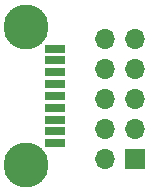
<source format=gts>
G04 #@! TF.GenerationSoftware,KiCad,Pcbnew,7.0.0-da2b9df05c~163~ubuntu22.04.1*
G04 #@! TF.CreationDate,2023-03-07T01:12:10+00:00*
G04 #@! TF.ProjectId,simpleadapter,73696d70-6c65-4616-9461-707465722e6b,rev?*
G04 #@! TF.SameCoordinates,Original*
G04 #@! TF.FileFunction,Soldermask,Top*
G04 #@! TF.FilePolarity,Negative*
%FSLAX46Y46*%
G04 Gerber Fmt 4.6, Leading zero omitted, Abs format (unit mm)*
G04 Created by KiCad (PCBNEW 7.0.0-da2b9df05c~163~ubuntu22.04.1) date 2023-03-07 01:12:10*
%MOMM*%
%LPD*%
G01*
G04 APERTURE LIST*
%ADD10R,1.700000X1.700000*%
%ADD11O,1.700000X1.700000*%
%ADD12C,0.001000*%
%ADD13R,1.800000X0.700000*%
%ADD14C,3.800000*%
G04 APERTURE END LIST*
D10*
X158368999Y-99567999D03*
D11*
X155828999Y-99567999D03*
X158368999Y-97027999D03*
X155828999Y-97027999D03*
X158368999Y-94487999D03*
X155828999Y-94487999D03*
X158368999Y-91947999D03*
X155828999Y-91947999D03*
X158368999Y-89407999D03*
X155828999Y-89407999D03*
D12*
X149177000Y-91984000D03*
X149177000Y-96484000D03*
D13*
X151626999Y-97233999D03*
X151626999Y-95233999D03*
X151626999Y-93233999D03*
X151626999Y-91233999D03*
X151626999Y-90233999D03*
X151626999Y-92233999D03*
X151626999Y-94233999D03*
X151626999Y-96233999D03*
X151626999Y-98233999D03*
D14*
X149177000Y-88384000D03*
X149177000Y-100084000D03*
M02*

</source>
